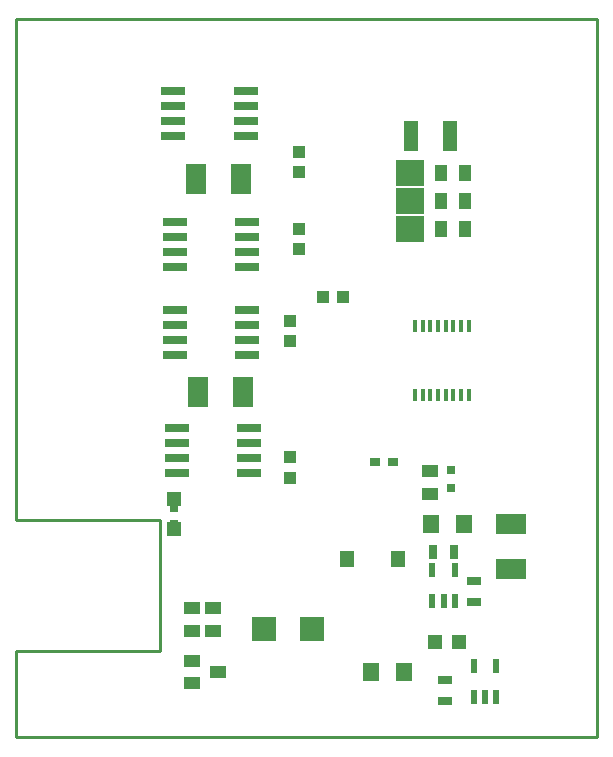
<source format=gtp>
G75*
%MOIN*%
%OFA0B0*%
%FSLAX24Y24*%
%IPPOS*%
%LPD*%
%AMOC8*
5,1,8,0,0,1.08239X$1,22.5*
%
%ADD10C,0.0100*%
%ADD11R,0.0800X0.0260*%
%ADD12R,0.0433X0.0394*%
%ADD13R,0.0120X0.0390*%
%ADD14R,0.0500X0.0500*%
%ADD15R,0.0472X0.0984*%
%ADD16R,0.0315X0.0315*%
%ADD17R,0.0551X0.0433*%
%ADD18R,0.0669X0.0984*%
%ADD19R,0.0315X0.0354*%
%ADD20R,0.0787X0.0787*%
%ADD21R,0.0551X0.0394*%
%ADD22R,0.0472X0.0315*%
%ADD23R,0.0315X0.0472*%
%ADD24R,0.0551X0.0630*%
%ADD25R,0.0984X0.0669*%
%ADD26R,0.0500X0.0579*%
%ADD27R,0.0472X0.0512*%
%ADD28R,0.0217X0.0472*%
%ADD29R,0.0354X0.0315*%
%ADD30R,0.0433X0.0551*%
%ADD31R,0.0250X0.0500*%
%ADD32R,0.0960X0.0900*%
%ADD33R,0.0394X0.0433*%
D10*
X001993Y000973D02*
X001993Y003848D01*
X006805Y003848D01*
X006805Y008223D01*
X001993Y008223D01*
X001993Y024910D01*
X021368Y024910D01*
X021368Y000973D01*
X001993Y000973D01*
D11*
X007345Y009785D03*
X007345Y010285D03*
X007345Y010785D03*
X007345Y011285D03*
X007283Y013723D03*
X007283Y014223D03*
X007283Y014723D03*
X007283Y015223D03*
X007283Y016660D03*
X007283Y017160D03*
X007283Y017660D03*
X007283Y018160D03*
X009703Y018160D03*
X009703Y017660D03*
X009703Y017160D03*
X009703Y016660D03*
X009703Y015223D03*
X009703Y014723D03*
X009703Y014223D03*
X009703Y013723D03*
X009765Y011285D03*
X009765Y010785D03*
X009765Y010285D03*
X009765Y009785D03*
X009640Y021035D03*
X009640Y021535D03*
X009640Y022035D03*
X009640Y022535D03*
X007220Y022535D03*
X007220Y022035D03*
X007220Y021535D03*
X007220Y021035D03*
D12*
X011430Y020495D03*
X011430Y019825D03*
X011430Y017932D03*
X011430Y017263D03*
X011118Y014870D03*
X011118Y014200D03*
X011118Y010307D03*
X011118Y009638D03*
D13*
X015284Y012386D03*
X015540Y012386D03*
X015796Y012386D03*
X016052Y012386D03*
X016308Y012386D03*
X016564Y012386D03*
X016820Y012386D03*
X017076Y012386D03*
X017076Y014684D03*
X016820Y014684D03*
X016564Y014684D03*
X016308Y014684D03*
X016052Y014684D03*
X015796Y014684D03*
X015540Y014684D03*
X015284Y014684D03*
D14*
X007243Y008910D03*
X007243Y007910D03*
D15*
X015155Y021035D03*
X016455Y021035D03*
D16*
X016493Y009893D03*
X016493Y009302D03*
D17*
X015805Y009079D03*
X015805Y009866D03*
X008555Y005304D03*
X007868Y005304D03*
X007868Y004516D03*
X008555Y004516D03*
D18*
X008057Y012473D03*
X009553Y012473D03*
X009491Y019598D03*
X007994Y019598D03*
D19*
X007243Y008648D03*
X007243Y008048D03*
D20*
X010268Y004598D03*
X011842Y004598D03*
D21*
X008738Y003160D03*
X007872Y002786D03*
X007872Y003534D03*
D22*
X016305Y002889D03*
X016305Y002181D03*
X017243Y005493D03*
X017243Y006202D03*
D23*
X016597Y007160D03*
X015888Y007160D03*
D24*
X015816Y008098D03*
X016919Y008098D03*
X014919Y003160D03*
X013816Y003160D03*
D25*
X018493Y006599D03*
X018493Y008096D03*
D26*
X014714Y006910D03*
X013021Y006910D03*
D27*
X015968Y004160D03*
X016768Y004160D03*
D28*
X017243Y003359D03*
X017992Y003359D03*
X017992Y002336D03*
X017618Y002336D03*
X017243Y002336D03*
X016617Y005523D03*
X016243Y005523D03*
X015868Y005523D03*
X015868Y006547D03*
X016617Y006547D03*
D29*
X014543Y010160D03*
X013943Y010160D03*
D30*
X016161Y017910D03*
X016949Y017910D03*
X016949Y018848D03*
X016161Y018848D03*
X016161Y019785D03*
X016949Y019785D03*
D31*
X015280Y019785D03*
X014955Y019785D03*
X014955Y018848D03*
X015280Y018848D03*
X015280Y017910D03*
X014955Y017910D03*
D32*
X015118Y017910D03*
X015118Y018848D03*
X015118Y019785D03*
D33*
X012890Y015660D03*
X012220Y015660D03*
M02*

</source>
